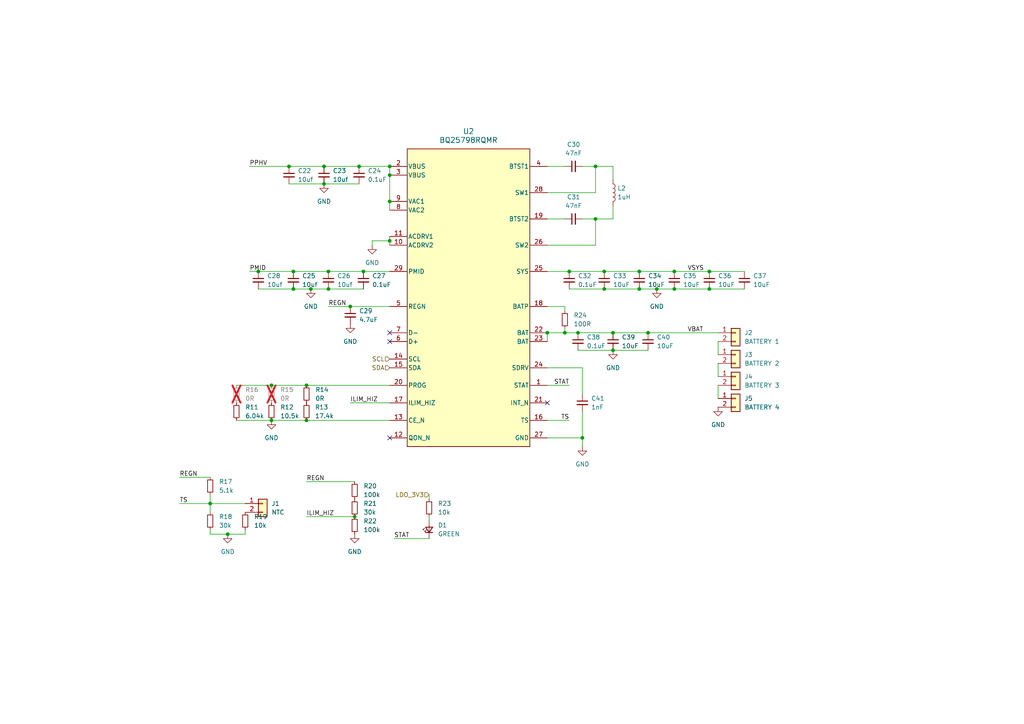
<source format=kicad_sch>
(kicad_sch (version 20240417) (generator "eeschema") (generator_version "8.99")
  (paper "A4")
  (lib_symbols
    (symbol "BQ25798:BQ25798RQMR" (pin_names (offset 0.254))
      (property "Reference" "U" (at 0 2.54 0))
      (property "Value" "BQ25798RQMR" (at 0 0 0))
      (symbol "BQ25798RQMR_0_1"
        (polyline (pts (xy 5.08 5.08) (xy 5.08 -81.28)) (stroke (width 0.2032)))
        (polyline (pts (xy 5.08 -81.28) (xy 40.64 -81.28)) (stroke (width 0.2032)))
        (polyline (pts (xy 40.64 5.08) (xy 5.08 5.08)) (stroke (width 0.2032)))
        (polyline (pts (xy 40.64 -81.28) (xy 40.64 5.08)) (stroke (width 0.2032)))
        (pin unspecified line (at 45.72 -63.5 180) (length 5.08) (name "STAT") (number "1"))
        (pin power_in line (at 0 -22.86 0) (length 5.08) (name "ACDRV2") (number "10"))
        (pin power_in line (at 0 -20.32 0) (length 5.08) (name "ACDRV1") (number "11"))
        (pin unspecified line (at 0 -78.74 0) (length 5.08) (name "QON_N") (number "12"))
        (pin unspecified line (at 0 -73.66 0) (length 5.08) (name "CE_N") (number "13"))
        (pin input line (at 0 -55.88 0) (length 5.08) (name "SCL") (number "14"))
        (pin bidirectional line (at 0 -58.42 0) (length 5.08) (name "SDA") (number "15"))
        (pin unspecified line (at 45.72 -73.66 180) (length 5.08) (name "TS") (number "16"))
        (pin unspecified line (at 0 -68.58 0) (length 5.08) (name "ILIM_HIZ") (number "17"))
        (pin unspecified line (at 45.72 -40.64 180) (length 5.08) (name "BATP") (number "18"))
        (pin unspecified line (at 45.72 -15.24 180) (length 5.08) (name "BTST2") (number "19"))
        (pin power_in line (at 0 0 0) (length 5.08) (name "VBUS") (number "2"))
        (pin unspecified line (at 0 -63.5 0) (length 5.08) (name "PROG") (number "20"))
        (pin unspecified line (at 45.72 -68.58 180) (length 5.08) (name "INT_N") (number "21"))
        (pin unspecified line (at 45.72 -48.26 180) (length 5.08) (name "BAT") (number "22"))
        (pin unspecified line (at 45.72 -50.8 180) (length 5.08) (name "BAT") (number "23"))
        (pin unspecified line (at 45.72 -58.42 180) (length 5.08) (name "SDRV") (number "24"))
        (pin unspecified line (at 45.72 -30.48 180) (length 5.08) (name "SYS") (number "25"))
        (pin unspecified line (at 45.72 -22.86 180) (length 5.08) (name "SW2") (number "26"))
        (pin power_in line (at 45.72 -78.74 180) (length 5.08) (name "GND") (number "27"))
        (pin unspecified line (at 45.72 -7.62 180) (length 5.08) (name "SW1") (number "28"))
        (pin unspecified line (at 0 -30.48 0) (length 5.08) (name "PMID") (number "29"))
        (pin power_in line (at 0 -2.54 0) (length 5.08) (name "VBUS") (number "3"))
        (pin unspecified line (at 45.72 0 180) (length 5.08) (name "BTST1") (number "4"))
        (pin unspecified line (at 0 -40.64 0) (length 5.08) (name "REGN") (number "5"))
        (pin unspecified line (at 0 -50.8 0) (length 5.08) (name "D+") (number "6"))
        (pin unspecified line (at 0 -48.26 0) (length 5.08) (name "D-") (number "7"))
        (pin power_in line (at 0 -12.7 0) (length 5.08) (name "VAC2") (number "8"))
        (pin power_in line (at 0 -10.16 0) (length 5.08) (name "VAC1") (number "9"))
      )
      (symbol "BQ25798RQMR_1_1"
        (rectangle (start 5.08 5.08) (end 40.64 -81.28) (fill (type background)))
      )
    )
    (symbol "Connector_Generic:Conn_01x02" (pin_names (offset 1.016) hide)
      (property "Reference" "J" (at 0 2.54 0))
      (property "Value" "Conn_01x02" (at 0 -5.08 0))
      (symbol "Conn_01x02_1_1"
        (rectangle (start -1.27 1.27) (end 1.27 -3.81) (stroke (width 0.254)) (fill (type background)))
        (rectangle (start -1.27 0.127) (end 0 -0.127) (stroke (width 0.1524)))
        (rectangle (start -1.27 -2.413) (end 0 -2.667) (stroke (width 0.1524)))
        (pin passive line (at -5.08 0 0) (length 3.81) (name "Pin_1") (number "1"))
        (pin passive line (at -5.08 -2.54 0) (length 3.81) (name "Pin_2") (number "2"))
      )
    )
    (symbol "Device:C_Small" (pin_numbers hide) (pin_names (offset 0.254) hide)
      (property "Reference" "C" (at 0.254 1.778 0))
      (property "Value" "C_Small" (at 0.254 -2.032 0))
      (symbol "C_Small_0_1"
        (polyline (pts (xy -1.524 0.508) (xy 1.524 0.508)) (stroke (width 0.3048)))
        (polyline (pts (xy -1.524 -0.508) (xy 1.524 -0.508)) (stroke (width 0.3302)))
      )
      (symbol "C_Small_1_1"
        (pin passive line (at 0 2.54 270) (length 2.032) (name "~") (number "1"))
        (pin passive line (at 0 -2.54 90) (length 2.032) (name "~") (number "2"))
      )
    )
    (symbol "Device:L" (pin_numbers hide) (pin_names (offset 1.016) hide)
      (property "Reference" "L" (at -1.27 0 90))
      (property "Value" "L" (at 1.905 0 90))
      (symbol "L_0_1"
        (arc (start 0 2.54) (mid 0.6323 1.905) (end 0 1.27))
        (arc (start 0 1.27) (mid 0.6323 0.635) (end 0 0))
        (arc (start 0 0) (mid 0.6323 -0.635) (end 0 -1.27))
        (arc (start 0 -1.27) (mid 0.6323 -1.905) (end 0 -2.54))
      )
      (symbol "L_1_1"
        (pin passive line (at 0 3.81 270) (length 1.27) (name "1") (number "1"))
        (pin passive line (at 0 -3.81 90) (length 1.27) (name "2") (number "2"))
      )
    )
    (symbol "Device:LED_Small" (pin_numbers hide) (pin_names (offset 0.254) hide)
      (property "Reference" "D" (at -1.27 3.175 0))
      (property "Value" "LED_Small" (at -4.445 -2.54 0))
      (symbol "LED_Small_0_1"
        (polyline (pts (xy -0.762 -1.016) (xy -0.762 1.016)) (stroke (width 0.254)))
        (polyline (pts (xy 0 0.762) (xy -0.508 1.27) (xy -0.254 1.27) (xy -0.508 1.27) (xy -0.508 1.016)))
        (polyline (pts (xy 0.508 1.27) (xy 0 1.778) (xy 0.254 1.778) (xy 0 1.778) (xy 0 1.524)))
        (polyline (pts (xy 0.762 -1.016) (xy -0.762 0) (xy 0.762 1.016) (xy 0.762 -1.016)) (stroke (width 0.254)))
        (polyline (pts (xy 1.016 0) (xy -0.762 0)))
      )
      (symbol "LED_Small_1_1"
        (pin passive line (at -2.54 0 0) (length 1.778) (name "K") (number "1"))
        (pin passive line (at 2.54 0 180) (length 1.778) (name "A") (number "2"))
      )
    )
    (symbol "Device:R_Small" (pin_numbers hide) (pin_names (offset 0.254) hide)
      (property "Reference" "R" (at 0.762 0.508 0))
      (property "Value" "R_Small" (at 0.762 -1.016 0))
      (symbol "R_Small_0_1"
        (rectangle (start -0.762 1.778) (end 0.762 -1.778) (stroke (width 0.2032)))
      )
      (symbol "R_Small_1_1"
        (pin passive line (at 0 2.54 270) (length 0.762) (name "~") (number "1"))
        (pin passive line (at 0 -2.54 90) (length 0.762) (name "~") (number "2"))
      )
    )
    (symbol "power:GND" (power) (pin_numbers hide) (pin_names (offset 0) hide)
      (property "Value" "GND" (at 0 -3.81 0))
      (symbol "GND_0_1"
        (polyline (pts (xy 0 0) (xy 0 -1.27) (xy 1.27 -1.27) (xy 0 -2.54) (xy -1.27 -1.27) (xy 0 -1.27)))
      )
      (symbol "GND_1_1"
        (pin power_in line (at 0 0 270) (length 0) (name "~") (number "1"))
      )
    )
    (symbol "power:GNDA" (power) (pin_numbers hide) (pin_names (offset 0) hide)
      (property "Value" "GNDA" (at 0 -3.81 0))
      (symbol "GNDA_0_1"
        (polyline (pts (xy 0 0) (xy 0 -1.27) (xy 1.27 -1.27) (xy 0 -2.54) (xy -1.27 -1.27) (xy 0 -1.27)))
      )
      (symbol "GNDA_1_1"
        (pin power_in line (at 0 0 270) (length 0) (name "~") (number "1"))
      )
    )
  )
  (junction (at 85.09 78.74))
  (junction (at 113.03 58.42))
  (junction (at 78.74 111.76))
  (junction (at 93.98 53.34))
  (junction (at 102.87 149.86))
  (junction (at 113.03 69.85))
  (junction (at 163.83 96.52))
  (junction (at 165.1 78.74))
  (junction (at 205.74 78.74))
  (junction (at 195.58 83.82))
  (junction (at 190.5 83.82))
  (junction (at 158.75 96.52))
  (junction (at 195.58 78.74))
  (junction (at 95.25 83.82))
  (junction (at 88.9 111.76))
  (junction (at 88.9 121.92))
  (junction (at 187.96 96.52))
  (junction (at 90.17 83.82))
  (junction (at 85.09 83.82))
  (junction (at 172.72 63.5))
  (junction (at 185.42 78.74))
  (junction (at 168.91 127))
  (junction (at 175.26 78.74))
  (junction (at 113.03 48.26))
  (junction (at 172.72 48.26))
  (junction (at 167.64 96.52))
  (junction (at 113.03 50.8))
  (junction (at 104.14 48.26))
  (junction (at 93.98 48.26))
  (junction (at 78.74 121.92))
  (junction (at 66.04 154.94))
  (junction (at 83.82 48.26))
  (junction (at 60.96 146.05))
  (junction (at 175.26 83.82))
  (junction (at 95.25 78.74))
  (junction (at 101.6 88.9))
  (junction (at 205.74 83.82))
  (junction (at 177.8 101.6))
  (junction (at 177.8 96.52))
  (junction (at 74.93 78.74))
  (junction (at 105.41 78.74))
  (junction (at 185.42 83.82))
  (no_connect (at 158.75 116.84))
  (no_connect (at 113.03 96.52))
  (no_connect (at 113.03 99.06))
  (no_connect (at 113.03 127))
  (wire (pts (xy 83.82 48.26) (xy 93.98 48.26)))
  (wire (pts (xy 168.91 119.38) (xy 168.91 127)))
  (wire (pts (xy 168.91 129.54) (xy 168.91 127)))
  (wire (pts (xy 208.28 99.06) (xy 208.28 102.87)))
  (wire (pts (xy 177.8 96.52) (xy 187.96 96.52)))
  (wire (pts (xy 175.26 83.82) (xy 185.42 83.82)))
  (wire (pts (xy 60.96 146.05) (xy 71.12 146.05)))
  (wire (pts (xy 60.96 143.51) (xy 60.96 146.05)))
  (wire (pts (xy 177.8 101.6) (xy 187.96 101.6)))
  (wire (pts (xy 105.41 78.74) (xy 113.03 78.74)))
  (wire (pts (xy 195.58 83.82) (xy 205.74 83.82)))
  (wire (pts (xy 158.75 55.88) (xy 172.72 55.88)))
  (wire (pts (xy 172.72 63.5) (xy 168.91 63.5)))
  (wire (pts (xy 113.03 58.42) (xy 113.03 60.96)))
  (wire (pts (xy 187.96 96.52) (xy 208.28 96.52)))
  (wire (pts (xy 175.26 78.74) (xy 185.42 78.74)))
  (wire (pts (xy 177.8 48.26) (xy 172.72 48.26)))
  (wire (pts (xy 52.07 138.43) (xy 60.96 138.43)))
  (wire (pts (xy 95.25 78.74) (xy 105.41 78.74)))
  (wire (pts (xy 172.72 48.26) (xy 168.91 48.26)))
  (wire (pts (xy 83.82 53.34) (xy 93.98 53.34)))
  (wire (pts (xy 165.1 83.82) (xy 175.26 83.82)))
  (wire (pts (xy 195.58 78.74) (xy 205.74 78.74)))
  (wire (pts (xy 78.74 121.92) (xy 88.9 121.92)))
  (wire (pts (xy 208.28 111.76) (xy 208.28 115.57)))
  (wire (pts (xy 158.75 48.26) (xy 163.83 48.26)))
  (wire (pts (xy 208.28 105.41) (xy 208.28 109.22)))
  (wire (pts (xy 165.1 78.74) (xy 175.26 78.74)))
  (wire (pts (xy 177.8 48.26) (xy 177.8 52.07)))
  (wire (pts (xy 167.64 96.52) (xy 177.8 96.52)))
  (wire (pts (xy 71.12 154.94) (xy 71.12 153.67)))
  (wire (pts (xy 185.42 83.82) (xy 190.5 83.82)))
  (wire (pts (xy 93.98 53.34) (xy 104.14 53.34)))
  (wire (pts (xy 158.75 63.5) (xy 163.83 63.5)))
  (wire (pts (xy 168.91 106.68) (xy 158.75 106.68)))
  (wire (pts (xy 158.75 96.52) (xy 158.75 99.06)))
  (wire (pts (xy 158.75 78.74) (xy 165.1 78.74)))
  (wire (pts (xy 101.6 116.84) (xy 113.03 116.84)))
  (wire (pts (xy 113.03 68.58) (xy 113.03 69.85)))
  (wire (pts (xy 113.03 69.85) (xy 107.95 69.85)))
  (wire (pts (xy 74.93 78.74) (xy 85.09 78.74)))
  (wire (pts (xy 85.09 78.74) (xy 95.25 78.74)))
  (wire (pts (xy 60.96 148.59) (xy 60.96 146.05)))
  (wire (pts (xy 124.46 144.78) (xy 124.46 143.51)))
  (wire (pts (xy 163.83 95.25) (xy 163.83 96.52)))
  (wire (pts (xy 74.93 83.82) (xy 85.09 83.82)))
  (wire (pts (xy 60.96 154.94) (xy 66.04 154.94)))
  (wire (pts (xy 68.58 121.92) (xy 78.74 121.92)))
  (wire (pts (xy 88.9 149.86) (xy 102.87 149.86)))
  (wire (pts (xy 72.39 78.74) (xy 74.93 78.74)))
  (wire (pts (xy 90.17 83.82) (xy 95.25 83.82)))
  (wire (pts (xy 163.83 88.9) (xy 163.83 90.17)))
  (wire (pts (xy 158.75 88.9) (xy 163.83 88.9)))
  (wire (pts (xy 113.03 69.85) (xy 113.03 71.12)))
  (wire (pts (xy 185.42 78.74) (xy 195.58 78.74)))
  (wire (pts (xy 95.25 88.9) (xy 101.6 88.9)))
  (wire (pts (xy 107.95 69.85) (xy 107.95 71.12)))
  (wire (pts (xy 93.98 48.26) (xy 104.14 48.26)))
  (wire (pts (xy 167.64 101.6) (xy 177.8 101.6)))
  (wire (pts (xy 88.9 121.92) (xy 113.03 121.92)))
  (wire (pts (xy 177.8 59.69) (xy 177.8 63.5)))
  (wire (pts (xy 158.75 127) (xy 168.91 127)))
  (wire (pts (xy 158.75 111.76) (xy 165.1 111.76)))
  (wire (pts (xy 60.96 153.67) (xy 60.96 154.94)))
  (wire (pts (xy 52.07 146.05) (xy 60.96 146.05)))
  (wire (pts (xy 78.74 111.76) (xy 88.9 111.76)))
  (wire (pts (xy 113.03 48.26) (xy 113.03 50.8)))
  (wire (pts (xy 114.3 156.21) (xy 124.46 156.21)))
  (wire (pts (xy 66.04 154.94) (xy 71.12 154.94)))
  (wire (pts (xy 104.14 48.26) (xy 113.03 48.26)))
  (wire (pts (xy 168.91 114.3) (xy 168.91 106.68)))
  (wire (pts (xy 158.75 121.92) (xy 165.1 121.92)))
  (wire (pts (xy 124.46 151.13) (xy 124.46 149.86)))
  (wire (pts (xy 205.74 83.82) (xy 215.9 83.82)))
  (wire (pts (xy 158.75 71.12) (xy 172.72 71.12)))
  (wire (pts (xy 88.9 139.7) (xy 102.87 139.7)))
  (wire (pts (xy 205.74 78.74) (xy 215.9 78.74)))
  (wire (pts (xy 158.75 96.52) (xy 163.83 96.52)))
  (wire (pts (xy 190.5 83.82) (xy 195.58 83.82)))
  (wire (pts (xy 95.25 83.82) (xy 105.41 83.82)))
  (wire (pts (xy 172.72 71.12) (xy 172.72 63.5)))
  (wire (pts (xy 101.6 88.9) (xy 113.03 88.9)))
  (wire (pts (xy 172.72 55.88) (xy 172.72 48.26)))
  (wire (pts (xy 177.8 63.5) (xy 172.72 63.5)))
  (wire (pts (xy 113.03 50.8) (xy 113.03 58.42)))
  (wire (pts (xy 85.09 83.82) (xy 90.17 83.82)))
  (wire (pts (xy 68.58 111.76) (xy 78.74 111.76)))
  (wire (pts (xy 72.39 48.26) (xy 83.82 48.26)))
  (wire (pts (xy 88.9 111.76) (xy 113.03 111.76)))
  (wire (pts (xy 163.83 96.52) (xy 167.64 96.52)))
  (label "REGN" (at 95.25 88.9 0))
  (label "PMID" (at 72.39 78.74 0))
  (label "ILIM_HIZ" (at 101.6 116.84 0))
  (label "VSYS" (at 199.39 78.74 0))
  (label "REGN" (at 88.9 139.7 0))
  (label "REGN" (at 52.07 138.43 0))
  (label "ILIM_HIZ" (at 88.9 149.86 0))
  (label "STAT" (at 165.1 111.76 180))
  (label "VBAT" (at 199.39 96.52 0))
  (label "STAT" (at 114.3 156.21 0))
  (label "TS" (at 52.07 146.05 0))
  (label "TS" (at 165.1 121.92 180))
  (label "PPHV" (at 72.39 48.26 0))
  (hierarchical_label "SCL" (shape input) (at 113.03 104.14 180))
  (hierarchical_label "SDA" (shape input) (at 113.03 106.68 180))
  (hierarchical_label "LDO_3V3" (shape input) (at 124.46 143.51 180))
  (symbol (lib_id "Device:C_Small") (at 83.82 50.8 0) (unit 1)
    (property "Reference" "C22" (at 86.36 49.5362 0) (effects (justify left)))
    (property "Value" "10uf" (at 86.36 52.0762 0) (effects (justify left)))
    (property "Description" "Unpolarized capacitor, small symbol" (effects (hide yes)))
  )
  (symbol (lib_id "Connector_Generic:Conn_01x02") (at 213.36 102.87 0) (unit 1)
    (property "Reference" "J3" (at 215.9 102.8699 0) (effects (justify left)))
    (property "Value" "BATTERY 2" (at 215.9 105.4099 0) (effects (justify left)))
    (property "Description" "Generic connector, single row, 01x02, script generated (kicad-library-utils/schlib/autogen/connector/)" (effects (hide yes)))
  )
  (symbol (lib_id "Device:R_Small") (at 68.58 114.3 0) (unit 1) (dnp yes)
    (property "Reference" "R16" (at 71.12 113.0299 0) (effects (justify left)))
    (property "Value" "0R" (at 71.12 115.5699 0) (effects (justify left)))
    (property "Description" "Resistor, small symbol" (effects (hide yes)))
  )
  (symbol (lib_id "Device:C_Small") (at 74.93 81.28 0) (unit 1)
    (property "Reference" "C28" (at 77.47 80.0162 0) (effects (justify left)))
    (property "Value" "10uf" (at 77.47 82.5562 0) (effects (justify left)))
    (property "Description" "Unpolarized capacitor, small symbol" (effects (hide yes)))
  )
  (symbol (lib_id "Device:C_Small") (at 105.41 81.28 0) (unit 1)
    (property "Reference" "C27" (at 107.95 80.0162 0) (effects (justify left)))
    (property "Value" "0.1uF" (at 107.95 82.5562 0) (effects (justify left)))
    (property "Description" "Unpolarized capacitor, small symbol" (effects (hide yes)))
  )
  (symbol (lib_id "power:GNDA") (at 78.74 121.92 0) (unit 1)
    (property "Reference" "#PWR016" (effects (hide yes)))
    (property "Value" "GND" (at 78.74 127 0))
    (property "Description" "Power symbol creates a global label with name \"GNDA\" , analog ground" (effects (hide yes)))
  )
  (symbol (lib_id "Device:C_Small") (at 205.74 81.28 0) (unit 1)
    (property "Reference" "C36" (at 208.28 80.0162 0) (effects (justify left)))
    (property "Value" "10uF" (at 208.28 82.5562 0) (effects (justify left)))
    (property "Description" "Unpolarized capacitor, small symbol" (effects (hide yes)))
  )
  (symbol (lib_id "power:GND") (at 177.8 101.6 0) (unit 1)
    (property "Reference" "#PWR019" (effects (hide yes)))
    (property "Value" "GND" (at 177.8 106.68 0))
    (property "Description" "Power symbol creates a global label with name \"GND\" , ground" (effects (hide yes)))
  )
  (symbol (lib_id "Device:C_Small") (at 175.26 81.28 0) (unit 1)
    (property "Reference" "C33" (at 177.8 80.0162 0) (effects (justify left)))
    (property "Value" "10uF" (at 177.8 82.5562 0) (effects (justify left)))
    (property "Description" "Unpolarized capacitor, small symbol" (effects (hide yes)))
  )
  (symbol (lib_id "Device:C_Small") (at 168.91 116.84 0) (unit 1)
    (property "Reference" "C41" (at 171.45 115.5762 0) (effects (justify left)))
    (property "Value" "1nF" (at 171.45 118.1162 0) (effects (justify left)))
    (property "Description" "Unpolarized capacitor, small symbol" (effects (hide yes)))
  )
  (symbol (lib_id "Device:R_Small") (at 60.96 140.97 0) (unit 1)
    (property "Reference" "R17" (at 63.5 139.6999 0) (effects (justify left)))
    (property "Value" "5.1k" (at 63.5 142.2399 0) (effects (justify left)))
    (property "Description" "Resistor, small symbol" (effects (hide yes)))
  )
  (symbol (lib_id "power:GND") (at 93.98 53.34 0) (unit 1)
    (property "Reference" "#PWR012" (effects (hide yes)))
    (property "Value" "GND" (at 93.98 58.42 0))
    (property "Description" "Power symbol creates a global label with name \"GND\" , ground" (effects (hide yes)))
  )
  (symbol (lib_id "Device:R_Small") (at 60.96 151.13 0) (unit 1)
    (property "Reference" "R18" (at 63.5 149.8599 0) (effects (justify left)))
    (property "Value" "30k" (at 63.5 152.3999 0) (effects (justify left)))
    (property "Description" "Resistor, small symbol" (effects (hide yes)))
  )
  (symbol (lib_id "Device:L") (at 177.8 55.88 0) (unit 1)
    (property "Reference" "L2" (at 179.07 54.6099 0) (effects (justify left)))
    (property "Value" "1uH" (at 179.07 57.1499 0) (effects (justify left)))
    (property "Description" "Inductor" (effects (hide yes)))
  )
  (symbol (lib_id "Device:R_Small") (at 102.87 147.32 0) (unit 1)
    (property "Reference" "R21" (at 105.41 146.0499 0) (effects (justify left)))
    (property "Value" "30k" (at 105.41 148.5899 0) (effects (justify left)))
    (property "Description" "Resistor, small symbol" (effects (hide yes)))
  )
  (symbol (lib_id "Device:R_Small") (at 124.46 147.32 0) (unit 1)
    (property "Reference" "R23" (at 127 146.0499 0) (effects (justify left)))
    (property "Value" "10k" (at 127 148.5899 0) (effects (justify left)))
    (property "Description" "Resistor, small symbol" (effects (hide yes)))
  )
  (symbol (lib_id "power:GNDA") (at 66.04 154.94 0) (unit 1)
    (property "Reference" "#PWR017" (effects (hide yes)))
    (property "Value" "GND" (at 66.04 160.02 0))
    (property "Description" "Power symbol creates a global label with name \"GNDA\" , analog ground" (effects (hide yes)))
  )
  (symbol (lib_id "Device:C_Small") (at 185.42 81.28 0) (unit 1)
    (property "Reference" "C34" (at 187.96 80.0162 0) (effects (justify left)))
    (property "Value" "10uF" (at 187.96 82.5562 0) (effects (justify left)))
    (property "Description" "Unpolarized capacitor, small symbol" (effects (hide yes)))
  )
  (symbol (lib_id "Device:C_Small") (at 166.37 63.5 90) (unit 1)
    (property "Reference" "C31" (at 166.3763 57.15 90))
    (property "Value" "47nF" (at 166.3763 59.69 90))
    (property "Description" "Unpolarized capacitor, small symbol" (effects (hide yes)))
  )
  (symbol (lib_id "Device:R_Small") (at 78.74 119.38 0) (unit 1)
    (property "Reference" "R12" (at 81.28 118.1099 0) (effects (justify left)))
    (property "Value" "10.5k" (at 81.28 120.6499 0) (effects (justify left)))
    (property "Description" "Resistor, small symbol" (effects (hide yes)))
  )
  (symbol (lib_id "Device:R_Small") (at 163.83 92.71 0) (unit 1)
    (property "Reference" "R24" (at 166.37 91.4399 0) (effects (justify left)))
    (property "Value" "100R" (at 166.37 93.9799 0) (effects (justify left)))
    (property "Description" "Resistor, small symbol" (effects (hide yes)))
  )
  (symbol (lib_id "Device:C_Small") (at 85.09 81.28 0) (unit 1)
    (property "Reference" "C25" (at 87.63 80.0162 0) (effects (justify left)))
    (property "Value" "10uf" (at 87.63 82.5562 0) (effects (justify left)))
    (property "Description" "Unpolarized capacitor, small symbol" (effects (hide yes)))
  )
  (symbol (lib_id "Device:R_Small") (at 68.58 119.38 0) (unit 1)
    (property "Reference" "R11" (at 71.12 118.1099 0) (effects (justify left)))
    (property "Value" "6.04k" (at 71.12 120.6499 0) (effects (justify left)))
    (property "Description" "Resistor, small symbol" (effects (hide yes)))
  )
  (symbol (lib_id "Device:R_Small") (at 71.12 151.13 0) (unit 1)
    (property "Reference" "R19" (at 73.66 149.8599 0) (effects (justify left)))
    (property "Value" "10k" (at 73.66 152.3999 0) (effects (justify left)))
    (property "Description" "Resistor, small symbol" (effects (hide yes)))
  )
  (symbol (lib_id "Device:C_Small") (at 104.14 50.8 0) (unit 1)
    (property "Reference" "C24" (at 106.68 49.5362 0) (effects (justify left)))
    (property "Value" "0.1uF" (at 106.68 52.0762 0) (effects (justify left)))
    (property "Description" "Unpolarized capacitor, small symbol" (effects (hide yes)))
  )
  (symbol (lib_id "power:GND") (at 190.5 83.82 0) (unit 1)
    (property "Reference" "#PWR020" (effects (hide yes)))
    (property "Value" "GND" (at 190.5 88.9 0))
    (property "Description" "Power symbol creates a global label with name \"GND\" , ground" (effects (hide yes)))
  )
  (symbol (lib_id "Device:C_Small") (at 165.1 81.28 0) (unit 1)
    (property "Reference" "C32" (at 167.64 80.0162 0) (effects (justify left)))
    (property "Value" "0.1uF" (at 167.64 82.5562 0) (effects (justify left)))
    (property "Description" "Unpolarized capacitor, small symbol" (effects (hide yes)))
  )
  (symbol (lib_id "Device:R_Small") (at 88.9 114.3 0) (unit 1)
    (property "Reference" "R14" (at 91.44 113.0299 0) (effects (justify left)))
    (property "Value" "0R" (at 91.44 115.5699 0) (effects (justify left)))
    (property "Description" "Resistor, small symbol" (effects (hide yes)))
  )
  (symbol (lib_id "Connector_Generic:Conn_01x02") (at 76.2 146.05 0) (unit 1)
    (property "Reference" "J1" (at 78.74 146.0499 0) (effects (justify left)))
    (property "Value" "NTC" (at 78.74 148.5899 0) (effects (justify left)))
    (property "Description" "Generic connector, single row, 01x02, script generated (kicad-library-utils/schlib/autogen/connector/)" (effects (hide yes)))
  )
  (symbol (lib_id "Device:R_Small") (at 88.9 119.38 0) (unit 1)
    (property "Reference" "R13" (at 91.3288 118.1099 0) (effects (justify left)))
    (property "Value" "17.4k" (at 91.3288 120.6499 0) (effects (justify left)))
    (property "Description" "Resistor, small symbol" (effects (hide yes)))
  )
  (symbol (lib_id "Device:C_Small") (at 177.8 99.06 0) (unit 1)
    (property "Reference" "C39" (at 180.34 97.7962 0) (effects (justify left)))
    (property "Value" "10uF" (at 180.34 100.3362 0) (effects (justify left)))
    (property "Description" "Unpolarized capacitor, small symbol" (effects (hide yes)))
  )
  (symbol (lib_id "Device:C_Small") (at 187.96 99.06 0) (unit 1)
    (property "Reference" "C40" (at 190.5 97.7962 0) (effects (justify left)))
    (property "Value" "10uF" (at 190.5 100.3362 0) (effects (justify left)))
    (property "Description" "Unpolarized capacitor, small symbol" (effects (hide yes)))
  )
  (symbol (lib_id "Device:C_Small") (at 195.58 81.28 0) (unit 1)
    (property "Reference" "C35" (at 198.12 80.0162 0) (effects (justify left)))
    (property "Value" "10uF" (at 198.12 82.5562 0) (effects (justify left)))
    (property "Description" "Unpolarized capacitor, small symbol" (effects (hide yes)))
  )
  (symbol (lib_id "Device:LED_Small") (at 124.46 153.67 90) (unit 1)
    (property "Reference" "D1" (at 127 152.3364 90) (effects (justify right)))
    (property "Value" "GREEN" (at 127 154.8764 90) (effects (justify right)))
    (property "Description" "Light emitting diode, small symbol" (effects (hide yes)))
  )
  (symbol (lib_id "Device:C_Small") (at 93.98 50.8 0) (unit 1)
    (property "Reference" "C23" (at 96.52 49.5362 0) (effects (justify left)))
    (property "Value" "10uf" (at 96.52 52.0762 0) (effects (justify left)))
    (property "Description" "Unpolarized capacitor, small symbol" (effects (hide yes)))
  )
  (symbol (lib_id "Connector_Generic:Conn_01x02") (at 213.36 96.52 0) (unit 1)
    (property "Reference" "J2" (at 215.9 96.5199 0) (effects (justify left)))
    (property "Value" "BATTERY 1" (at 215.9 99.0599 0) (effects (justify left)))
    (property "Description" "Generic connector, single row, 01x02, script generated (kicad-library-utils/schlib/autogen/connector/)" (effects (hide yes)))
  )
  (symbol (lib_id "power:GND") (at 90.17 83.82 0) (unit 1)
    (property "Reference" "#PWR014" (effects (hide yes)))
    (property "Value" "GND" (at 90.17 88.9 0))
    (property "Description" "Power symbol creates a global label with name \"GND\" , ground" (effects (hide yes)))
  )
  (symbol (lib_id "Device:R_Small") (at 102.87 152.4 0) (unit 1)
    (property "Reference" "R22" (at 105.41 151.1299 0) (effects (justify left)))
    (property "Value" "100k" (at 105.41 153.6699 0) (effects (justify left)))
    (property "Description" "Resistor, small symbol" (effects (hide yes)))
  )
  (symbol (lib_id "Device:C_Small") (at 215.9 81.28 0) (unit 1)
    (property "Reference" "C37" (at 218.44 80.0162 0) (effects (justify left)))
    (property "Value" "10uF" (at 218.44 82.5562 0) (effects (justify left)))
    (property "Description" "Unpolarized capacitor, small symbol" (effects (hide yes)))
  )
  (symbol (lib_id "Device:R_Small") (at 78.74 114.3 0) (unit 1) (dnp yes)
    (property "Reference" "R15" (at 81.28 113.0299 0) (effects (justify left)))
    (property "Value" "0R" (at 81.28 115.5699 0) (effects (justify left)))
    (property "Description" "Resistor, small symbol" (effects (hide yes)))
  )
  (symbol (lib_id "power:GND") (at 208.28 118.11 0) (unit 1)
    (property "Reference" "#PWR021" (effects (hide yes)))
    (property "Value" "GND" (at 208.28 123.19 0))
    (property "Description" "Power symbol creates a global label with name \"GND\" , ground" (effects (hide yes)))
  )
  (symbol (lib_id "Connector_Generic:Conn_01x02") (at 213.36 109.22 0) (unit 1)
    (property "Reference" "J4" (at 215.9204 109.2199 0) (effects (justify left)))
    (property "Value" "BATTERY 3" (at 215.9204 111.7599 0) (effects (justify left)))
    (property "Description" "Generic connector, single row, 01x02, script generated (kicad-library-utils/schlib/autogen/connector/)" (effects (hide yes)))
  )
  (symbol (lib_id "Device:C_Small") (at 101.6 91.44 0) (unit 1)
    (property "Reference" "C29" (at 104.14 90.1762 0) (effects (justify left)))
    (property "Value" "4.7uF" (at 104.14 92.7162 0) (effects (justify left)))
    (property "Description" "Unpolarized capacitor, small symbol" (effects (hide yes)))
  )
  (symbol (lib_id "Device:R_Small") (at 102.87 142.24 0) (unit 1)
    (property "Reference" "R20" (at 105.41 140.9699 0) (effects (justify left)))
    (property "Value" "100k" (at 105.41 143.5099 0) (effects (justify left)))
    (property "Description" "Resistor, small symbol" (effects (hide yes)))
  )
  (symbol (lib_id "Connector_Generic:Conn_01x02") (at 213.36 115.57 0) (unit 1)
    (property "Reference" "J5" (at 215.9204 115.5699 0) (effects (justify left)))
    (property "Value" "BATTERY 4" (at 215.9204 118.1099 0) (effects (justify left)))
    (property "Description" "Generic connector, single row, 01x02, script generated (kicad-library-utils/schlib/autogen/connector/)" (effects (hide yes)))
  )
  (symbol (lib_id "Device:C_Small") (at 167.64 99.06 0) (unit 1)
    (property "Reference" "C38" (at 170.18 97.7962 0) (effects (justify left)))
    (property "Value" "0.1uF" (at 170.18 100.3362 0) (effects (justify left)))
    (property "Description" "Unpolarized capacitor, small symbol" (effects (hide yes)))
  )
  (symbol (lib_id "power:GND") (at 101.6 93.98 0) (unit 1)
    (property "Reference" "#PWR015" (effects (hide yes)))
    (property "Value" "GND" (at 101.6 99.06 0))
    (property "Description" "Power symbol creates a global label with name \"GND\" , ground" (effects (hide yes)))
  )
  (symbol (lib_id "BQ25798:BQ25798RQMR") (at 113.03 48.26 0) (unit 1)
    (property "Reference" "U2" (at 135.89 38.1 0) (effects (font (size 1.524 1.524))))
    (property "Value" "BQ25798RQMR" (at 135.89 40.64 0) (effects (font (size 1.524 1.524))))
    (property "Footprint" "RQM0029A-MFG" (effects (hide yes)))
    (property "Datasheet" "BQ25798RQMR" (effects (hide yes)))
  )
  (symbol (lib_id "power:GNDA") (at 107.95 71.12 0) (unit 1)
    (property "Reference" "#PWR013" (effects (hide yes)))
    (property "Value" "GND" (at 107.95 76.2 0))
    (property "Description" "Power symbol creates a global label with name \"GNDA\" , analog ground" (effects (hide yes)))
  )
  (symbol (lib_id "Device:C_Small") (at 166.37 48.26 90) (unit 1)
    (property "Reference" "C30" (at 166.3763 41.91 90))
    (property "Value" "47nF" (at 166.3763 44.45 90))
    (property "Description" "Unpolarized capacitor, small symbol" (effects (hide yes)))
  )
  (symbol (lib_id "Device:C_Small") (at 95.25 81.28 0) (unit 1)
    (property "Reference" "C26" (at 97.79 80.0162 0) (effects (justify left)))
    (property "Value" "10uf" (at 97.79 82.5562 0) (effects (justify left)))
    (property "Description" "Unpolarized capacitor, small symbol" (effects (hide yes)))
  )
  (symbol (lib_id "power:GND") (at 102.87 154.94 0) (unit 1)
    (property "Reference" "#PWR018" (effects (hide yes)))
    (property "Value" "GND" (at 102.87 160.02 0))
    (property "Description" "Power symbol creates a global label with name \"GND\" , ground" (effects (hide yes)))
  )
  (symbol (lib_id "power:GND") (at 168.91 129.54 0) (unit 1)
    (property "Reference" "#PWR022" (effects (hide yes)))
    (property "Value" "GND" (at 168.91 134.62 0))
    (property "Description" "Power symbol creates a global label with name \"GND\" , ground" (effects (hide yes)))
  )
)
</source>
